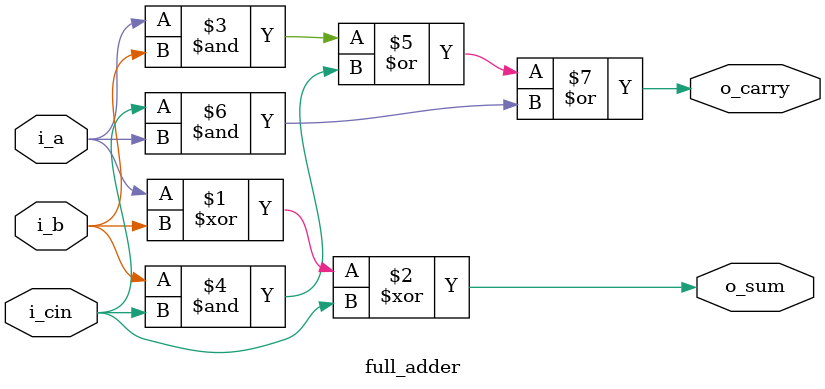
<source format=v>
module full_adder(
                  i_a     ,  //input 
                  i_b     ,  //input 
                  i_cin   ,  //input 
                  o_sum   ,  //output 
                  o_carry    //output 
                  )       ;

//Port declaration

input i_a ,i_b ,i_cin ;    
output o_sum ,o_carry ;

//sum and carry expression for full adder  
assign o_sum   = i_a ^ i_b ^ i_cin                             ;//xor operation
assign o_carry = (i_a & i_b) | (i_b & i_cin) | (i_cin & i_a)   ;
  
endmodule

</source>
